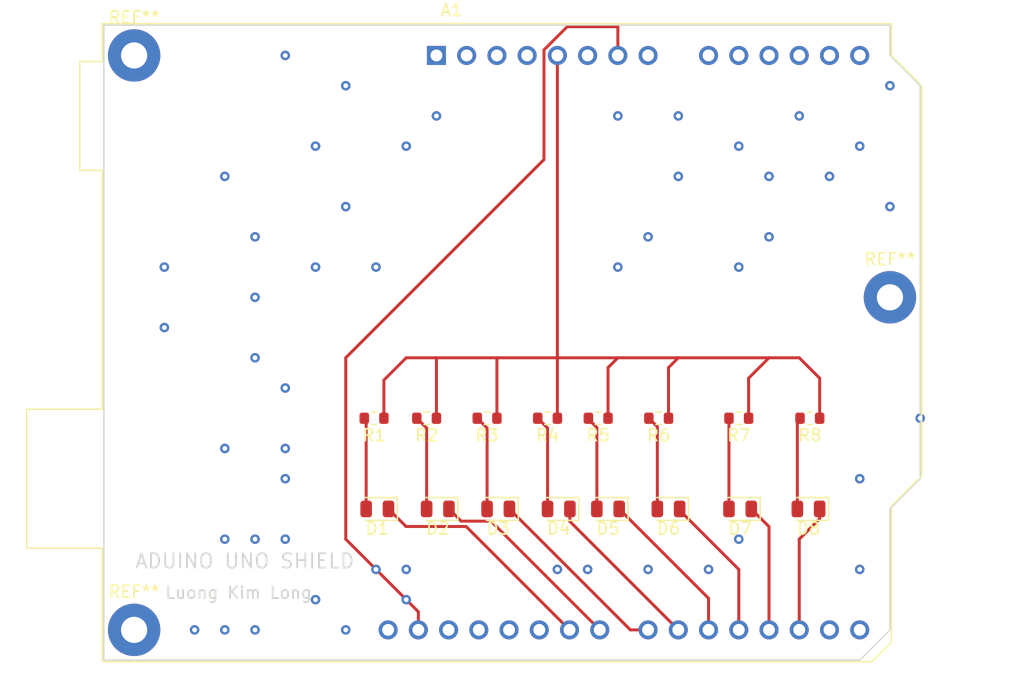
<source format=kicad_pcb>
(kicad_pcb (version 20221018) (generator pcbnew)
  (layers (0 "F.Cu" signal) (31 "B.Cu" signal) (34 "B.Paste" user) (35 "F.Paste" user) (36 "B.SilkS" user "B.Silkscreen") (37 "F.SilkS" user "F.Silkscreen") (38 "B.Mask" user) (39 "F.Mask" user) (44 "Edge.Cuts" user))
  (net 0 "")
  (net 5 "Net-(A1-+5V)")
  (net 6 "GND")
  (net 7 "Net-(A1-GND-Pad29)")
  (net 17 "Net-(A1-D2)")
  (net 18 "Net-(A1-D3)")
  (net 19 "Net-(A1-D4)")
  (net 20 "Net-(A1-D5)")
  (net 21 "Net-(A1-D6)")
  (net 22 "Net-(A1-D7)")
  (net 23 "Net-(A1-D8)")
  (net 29 "Net-(D1-A)")
  (net 30 "Net-(D2-A)")
  (net 31 "Net-(D3-A)")
  (net 32 "Net-(D4-A)")
  (net 33 "Net-(D5-A)")
  (net 34 "Net-(D6-A)")
  (net 35 "Net-(D7-A)")
  (net 36 "Net-(D8-A)")
  (net 37 "Net-(A1-D9)")
  (footprint "Resistor_SMD:R_0603_1608Metric" (layer "F.Cu") (at 72.835 48.26 180)
    (fp_text reference "R4" (at 0 -1.43) (layer "F.SilkS"))
    (fp_text value "247")
    (fp_line (start -0.237258 -0.5225) (end 0.237258 -0.5225) (stroke (width 0.12)) (layer "F.SilkS"))
    (fp_line (start -0.237258 0.5225) (end 0.237258 0.5225) (stroke (width 0.12)) (layer "F.SilkS"))
    (pad "1" smd roundrect (at -0.825 0 180) (size 0.8 0.95) (layers "F.Cu" "F.Paste" "F.Mask") (net 5 "Net-(A1-+5V)"))
    (pad "2" smd roundrect (at 0.825 0 180) (size 0.8 0.95) (layers "F.Cu" "F.Paste" "F.Mask") (net 32 "Net-(D4-A)"))
  )
  (footprint "MountingHole:MountingHole_2.2mm_M2_Pad" (layer "F.Cu") (at 101.6 38.1)
    (fp_text reference "REF**" (at 0 -3.2) (layer "F.SilkS"))
    (fp_text value "MountingHole_2.2mm_M2_Pad")
    (pad "1" thru_hole circle (at 0 0) (size 4.4 4.4) (drill 2.2) (layers "*.Cu" "*.Mask"))
  )
  (footprint "Resistor_SMD:R_0603_1608Metric" (layer "F.Cu") (at 94.87 48.26 180)
    (fp_text reference "R8" (at 0 -1.43) (layer "F.SilkS"))
    (fp_text value "247")
    (fp_line (start -0.237258 -0.5225) (end 0.237258 -0.5225) (stroke (width 0.12)) (layer "F.SilkS"))
    (fp_line (start -0.237258 0.5225) (end 0.237258 0.5225) (stroke (width 0.12)) (layer "F.SilkS"))
    (pad "1" smd roundrect (at -0.825 0 180) (size 0.8 0.95) (layers "F.Cu" "F.Paste" "F.Mask") (net 5 "Net-(A1-+5V)"))
    (pad "2" smd roundrect (at 0.825 0 180) (size 0.8 0.95) (layers "F.Cu" "F.Paste" "F.Mask") (net 36 "Net-(D8-A)"))
  )
  (footprint "LED_SMD:LED_0805_2012Metric" (layer "F.Cu") (at 63.6125 55.88 180)
    (fp_text reference "D2" (at 0 -1.65) (layer "F.SilkS"))
    (fp_text value "LED")
    (fp_line (start -1.685 -0.96) (end -1.685 0.96) (stroke (width 0.12)) (layer "F.SilkS"))
    (fp_line (start -1.685 0.96) (end 1 0.96) (stroke (width 0.12)) (layer "F.SilkS"))
    (fp_line (start 1 -0.96) (end -1.685 -0.96) (stroke (width 0.12)) (layer "F.SilkS"))
    (pad "1" smd roundrect (at -0.9375 0 180) (size 0.975 1.4) (layers "F.Cu" "F.Paste" "F.Mask") (net 23 "Net-(A1-D8)"))
    (pad "2" smd roundrect (at 0.9375 0 180) (size 0.975 1.4) (layers "F.Cu" "F.Paste" "F.Mask") (net 30 "Net-(D2-A)"))
  )
  (footprint "Resistor_SMD:R_0603_1608Metric" (layer "F.Cu") (at 77.09 48.26 180)
    (fp_text reference "R5" (at 0 -1.43) (layer "F.SilkS"))
    (fp_text value "247")
    (fp_line (start -0.237258 -0.5225) (end 0.237258 -0.5225) (stroke (width 0.12)) (layer "F.SilkS"))
    (fp_line (start -0.237258 0.5225) (end 0.237258 0.5225) (stroke (width 0.12)) (layer "F.SilkS"))
    (pad "1" smd roundrect (at -0.825 0 180) (size 0.8 0.95) (layers "F.Cu" "F.Paste" "F.Mask") (net 5 "Net-(A1-+5V)"))
    (pad "2" smd roundrect (at 0.825 0 180) (size 0.8 0.95) (layers "F.Cu" "F.Paste" "F.Mask") (net 33 "Net-(D5-A)"))
  )
  (footprint "MountingHole:MountingHole_2.2mm_M2_Pad" (layer "F.Cu") (at 38.1 17.78)
    (fp_text reference "REF**" (at 0 -3.2) (layer "F.SilkS"))
    (fp_text value "MountingHole_2.2mm_M2_Pad")
    (pad "1" thru_hole circle (at 0 0) (size 4.4 4.4) (drill 2.2) (layers "*.Cu" "*.Mask"))
  )
  (footprint "MountingHole:MountingHole_2.2mm_M2_Pad" (layer "F.Cu") (at 38.1 66.04)
    (fp_text reference "REF**" (at 0 -3.2) (layer "F.SilkS"))
    (fp_text value "MountingHole_2.2mm_M2_Pad")
    (pad "1" thru_hole circle (at 0 0) (size 4.4 4.4) (drill 2.2) (layers "*.Cu" "*.Mask"))
  )
  (footprint "Resistor_SMD:R_0603_1608Metric" (layer "F.Cu") (at 58.26 48.26 180)
    (fp_text reference "R1" (at 0 -1.43) (layer "F.SilkS"))
    (fp_text value "247")
    (fp_line (start -0.237258 -0.5225) (end 0.237258 -0.5225) (stroke (width 0.12)) (layer "F.SilkS"))
    (fp_line (start -0.237258 0.5225) (end 0.237258 0.5225) (stroke (width 0.12)) (layer "F.SilkS"))
    (pad "1" smd roundrect (at -0.825 0 180) (size 0.8 0.95) (layers "F.Cu" "F.Paste" "F.Mask") (net 5 "Net-(A1-+5V)"))
    (pad "2" smd roundrect (at 0.825 0 180) (size 0.8 0.95) (layers "F.Cu" "F.Paste" "F.Mask") (net 29 "Net-(D1-A)"))
  )
  (footprint "LED_SMD:LED_0805_2012Metric" (layer "F.Cu") (at 77.915 55.88 180)
    (fp_text reference "D5" (at 0 -1.65) (layer "F.SilkS"))
    (fp_text value "LED")
    (fp_line (start -1.685 -0.96) (end -1.685 0.96) (stroke (width 0.12)) (layer "F.SilkS"))
    (fp_line (start -1.685 0.96) (end 1 0.96) (stroke (width 0.12)) (layer "F.SilkS"))
    (fp_line (start 1 -0.96) (end -1.685 -0.96) (stroke (width 0.12)) (layer "F.SilkS"))
    (pad "1" smd roundrect (at -0.9375 0 180) (size 0.975 1.4) (layers "F.Cu" "F.Paste" "F.Mask") (net 20 "Net-(A1-D5)"))
    (pad "2" smd roundrect (at 0.9375 0 180) (size 0.975 1.4) (layers "F.Cu" "F.Paste" "F.Mask") (net 33 "Net-(D5-A)"))
  )
  (footprint "Resistor_SMD:R_0603_1608Metric" (layer "F.Cu") (at 88.9 48.26 180)
    (fp_text reference "R7" (at 0 -1.43) (layer "F.SilkS"))
    (fp_text value "247")
    (fp_line (start -0.237258 -0.5225) (end 0.237258 -0.5225) (stroke (width 0.12)) (layer "F.SilkS"))
    (fp_line (start -0.237258 0.5225) (end 0.237258 0.5225) (stroke (width 0.12)) (layer "F.SilkS"))
    (pad "1" smd roundrect (at -0.825 0 180) (size 0.8 0.95) (layers "F.Cu" "F.Paste" "F.Mask") (net 5 "Net-(A1-+5V)"))
    (pad "2" smd roundrect (at 0.825 0 180) (size 0.8 0.95) (layers "F.Cu" "F.Paste" "F.Mask") (net 35 "Net-(D7-A)"))
  )
  (footprint "Resistor_SMD:R_0603_1608Metric" (layer "F.Cu") (at 82.17 48.26 180)
    (fp_text reference "R6" (at 0 -1.43) (layer "F.SilkS"))
    (fp_text value "247")
    (fp_line (start -0.237258 -0.5225) (end 0.237258 -0.5225) (stroke (width 0.12)) (layer "F.SilkS"))
    (fp_line (start -0.237258 0.5225) (end 0.237258 0.5225) (stroke (width 0.12)) (layer "F.SilkS"))
    (pad "1" smd roundrect (at -0.825 0 180) (size 0.8 0.95) (layers "F.Cu" "F.Paste" "F.Mask") (net 5 "Net-(A1-+5V)"))
    (pad "2" smd roundrect (at 0.825 0 180) (size 0.8 0.95) (layers "F.Cu" "F.Paste" "F.Mask") (net 34 "Net-(D6-A)"))
  )
  (footprint "LED_SMD:LED_0805_2012Metric" (layer "F.Cu") (at 94.7575 55.88 180)
    (fp_text reference "D8" (at 0 -1.65) (layer "F.SilkS"))
    (fp_text value "LED")
    (fp_line (start -1.685 -0.96) (end -1.685 0.96) (stroke (width 0.12)) (layer "F.SilkS"))
    (fp_line (start -1.685 0.96) (end 1 0.96) (stroke (width 0.12)) (layer "F.SilkS"))
    (fp_line (start 1 -0.96) (end -1.685 -0.96) (stroke (width 0.12)) (layer "F.SilkS"))
    (pad "1" smd roundrect (at -0.9375 0 180) (size 0.975 1.4) (layers "F.Cu" "F.Paste" "F.Mask") (net 17 "Net-(A1-D2)"))
    (pad "2" smd roundrect (at 0.9375 0 180) (size 0.975 1.4) (layers "F.Cu" "F.Paste" "F.Mask") (net 36 "Net-(D8-A)"))
  )
  (footprint "LED_SMD:LED_0805_2012Metric" (layer "F.Cu") (at 58.5325 55.88 180)
    (fp_text reference "D1" (at 0 -1.65) (layer "F.SilkS"))
    (fp_text value "LED")
    (fp_line (start -1.685 -0.96) (end -1.685 0.96) (stroke (width 0.12)) (layer "F.SilkS"))
    (fp_line (start -1.685 0.96) (end 1 0.96) (stroke (width 0.12)) (layer "F.SilkS"))
    (fp_line (start 1 -0.96) (end -1.685 -0.96) (stroke (width 0.12)) (layer "F.SilkS"))
    (pad "1" smd roundrect (at -0.9375 0 180) (size 0.975 1.4) (layers "F.Cu" "F.Paste" "F.Mask") (net 37 "Net-(A1-D9)"))
    (pad "2" smd roundrect (at 0.9375 0 180) (size 0.975 1.4) (layers "F.Cu" "F.Paste" "F.Mask") (net 29 "Net-(D1-A)"))
  )
  (footprint "LED_SMD:LED_0805_2012Metric" (layer "F.Cu") (at 82.995 55.88 180)
    (fp_text reference "D6" (at 0 -1.65) (layer "F.SilkS"))
    (fp_text value "LED")
    (fp_line (start -1.685 -0.96) (end -1.685 0.96) (stroke (width 0.12)) (layer "F.SilkS"))
    (fp_line (start -1.685 0.96) (end 1 0.96) (stroke (width 0.12)) (layer "F.SilkS"))
    (fp_line (start 1 -0.96) (end -1.685 -0.96) (stroke (width 0.12)) (layer "F.SilkS"))
    (pad "1" smd roundrect (at -0.9375 0 180) (size 0.975 1.4) (layers "F.Cu" "F.Paste" "F.Mask") (net 19 "Net-(A1-D4)"))
    (pad "2" smd roundrect (at 0.9375 0 180) (size 0.975 1.4) (layers "F.Cu" "F.Paste" "F.Mask") (net 34 "Net-(D6-A)"))
  )
  (footprint "LED_SMD:LED_0805_2012Metric" (layer "F.Cu") (at 73.7725 55.88 180)
    (fp_text reference "D4" (at 0 -1.65) (layer "F.SilkS"))
    (fp_text value "LED")
    (fp_line (start -1.685 -0.96) (end -1.685 0.96) (stroke (width 0.12)) (layer "F.SilkS"))
    (fp_line (start -1.685 0.96) (end 1 0.96) (stroke (width 0.12)) (layer "F.SilkS"))
    (fp_line (start 1 -0.96) (end -1.685 -0.96) (stroke (width 0.12)) (layer "F.SilkS"))
    (pad "1" smd roundrect (at -0.9375 0 180) (size 0.975 1.4) (layers "F.Cu" "F.Paste" "F.Mask") (net 21 "Net-(A1-D6)"))
    (pad "2" smd roundrect (at 0.9375 0 180) (size 0.975 1.4) (layers "F.Cu" "F.Paste" "F.Mask") (net 32 "Net-(D4-A)"))
  )
  (footprint "LED_SMD:LED_0805_2012Metric" (layer "F.Cu") (at 89.0125 55.88 180)
    (fp_text reference "D7" (at 0 -1.65) (layer "F.SilkS"))
    (fp_text value "LED")
    (fp_line (start -1.685 -0.96) (end -1.685 0.96) (stroke (width 0.12)) (layer "F.SilkS"))
    (fp_line (start -1.685 0.96) (end 1 0.96) (stroke (width 0.12)) (layer "F.SilkS"))
    (fp_line (start 1 -0.96) (end -1.685 -0.96) (stroke (width 0.12)) (layer "F.SilkS"))
    (pad "1" smd roundrect (at -0.9375 0 180) (size 0.975 1.4) (layers "F.Cu" "F.Paste" "F.Mask") (net 18 "Net-(A1-D3)"))
    (pad "2" smd roundrect (at 0.9375 0 180) (size 0.975 1.4) (layers "F.Cu" "F.Paste" "F.Mask") (net 35 "Net-(D7-A)"))
  )
  (footprint "Module:Arduino_UNO_R2" (layer "F.Cu") (at 63.5 17.78)
    (fp_text reference "A1" (at 1.27 -3.81) (layer "F.SilkS"))
    (fp_text value "Arduino_UNO_R2")
    (fp_line (start -34.42 29.72) (end -34.42 41.4) (stroke (width 0.12)) (layer "F.SilkS"))
    (fp_line (start -34.42 41.4) (end -28.07 41.4) (stroke (width 0.12)) (layer "F.SilkS"))
    (fp_line (start -29.97 0.51) (end -29.97 9.65) (stroke (width 0.12)) (layer "F.SilkS"))
    (fp_line (start -29.97 9.65) (end -28.07 9.65) (stroke (width 0.12)) (layer "F.SilkS"))
    (fp_line (start -28.07 -2.67) (end -28.07 0.51) (stroke (width 0.12)) (layer "F.SilkS"))
    (fp_line (start -28.07 0.51) (end -29.97 0.51) (stroke (width 0.12)) (layer "F.SilkS"))
    (fp_line (start -28.07 9.65) (end -28.07 29.72) (stroke (width 0.12)) (layer "F.SilkS"))
    (fp_line (start -28.07 29.72) (end -34.42 29.72) (stroke (width 0.12)) (layer "F.SilkS"))
    (fp_line (start -28.07 41.4) (end -28.07 50.93) (stroke (width 0.12)) (layer "F.SilkS"))
    (fp_line (start -28.07 50.93) (end 36.58 50.93) (stroke (width 0.12)) (layer "F.SilkS"))
    (fp_line (start 36.58 50.93) (end 38.23 49.28) (stroke (width 0.12)) (layer "F.SilkS"))
    (fp_line (start 38.23 -2.67) (end -28.07 -2.67) (stroke (width 0.12)) (layer "F.SilkS"))
    (fp_line (start 38.23 0) (end 38.23 -2.67) (stroke (width 0.12)) (layer "F.SilkS"))
    (fp_line (start 38.23 37.85) (end 40.77 35.31) (stroke (width 0.12)) (layer "F.SilkS"))
    (fp_line (start 38.23 49.28) (end 38.23 37.85) (stroke (width 0.12)) (layer "F.SilkS"))
    (fp_line (start 40.77 2.54) (end 38.23 0) (stroke (width 0.12)) (layer "F.SilkS"))
    (fp_line (start 40.77 35.31) (end 40.77 2.54) (stroke (width 0.12)) (layer "F.SilkS"))
    (pad "1" thru_hole rect (at 0 0 90) (size 1.6 1.6) (drill 1) (layers "*.Cu" "*.Mask"))
    (pad "2" thru_hole oval (at 2.54 0 90) (size 1.6 1.6) (drill 1) (layers "*.Cu" "*.Mask"))
    (pad "3" thru_hole oval (at 5.08 0 90) (size 1.6 1.6) (drill 1) (layers "*.Cu" "*.Mask"))
    (pad "4" thru_hole oval (at 7.62 0 90) (size 1.6 1.6) (drill 1) (layers "*.Cu" "*.Mask"))
    (pad "5" thru_hole oval (at 10.16 0 90) (size 1.6 1.6) (drill 1) (layers "*.Cu" "*.Mask") (net 5 "Net-(A1-+5V)"))
    (pad "6" thru_hole oval (at 12.7 0 90) (size 1.6 1.6) (drill 1) (layers "*.Cu" "*.Mask") (net 6 "GND"))
    (pad "7" thru_hole oval (at 15.24 0 90) (size 1.6 1.6) (drill 1) (layers "*.Cu" "*.Mask") (net 7 "Net-(A1-GND-Pad29)"))
    (pad "8" thru_hole oval (at 17.78 0 90) (size 1.6 1.6) (drill 1) (layers "*.Cu" "*.Mask"))
    (pad "9" thru_hole oval (at 22.86 0 90) (size 1.6 1.6) (drill 1) (layers "*.Cu" "*.Mask"))
    (pad "10" thru_hole oval (at 25.4 0 90) (size 1.6 1.6) (drill 1) (layers "*.Cu" "*.Mask"))
    (pad "11" thru_hole oval (at 27.94 0 90) (size 1.6 1.6) (drill 1) (layers "*.Cu" "*.Mask"))
    (pad "12" thru_hole oval (at 30.48 0 90) (size 1.6 1.6) (drill 1) (layers "*.Cu" "*.Mask"))
    (pad "13" thru_hole oval (at 33.02 0 90) (size 1.6 1.6) (drill 1) (layers "*.Cu" "*.Mask"))
    (pad "14" thru_hole oval (at 35.56 0 90) (size 1.6 1.6) (drill 1) (layers "*.Cu" "*.Mask"))
    (pad "15" thru_hole oval (at 35.56 48.26 90) (size 1.6 1.6) (drill 1) (layers "*.Cu" "*.Mask"))
    (pad "16" thru_hole oval (at 33.02 48.26 90) (size 1.6 1.6) (drill 1) (layers "*.Cu" "*.Mask"))
    (pad "17" thru_hole oval (at 30.48 48.26 90) (size 1.6 1.6) (drill 1) (layers "*.Cu" "*.Mask") (net 17 "Net-(A1-D2)"))
    (pad "18" thru_hole oval (at 27.94 48.26 90) (size 1.6 1.6) (drill 1) (layers "*.Cu" "*.Mask") (net 18 "Net-(A1-D3)"))
    (pad "19" thru_hole oval (at 25.4 48.26 90) (size 1.6 1.6) (drill 1) (layers "*.Cu" "*.Mask") (net 19 "Net-(A1-D4)"))
    (pad "20" thru_hole oval (at 22.86 48.26 90) (size 1.6 1.6) (drill 1) (layers "*.Cu" "*.Mask") (net 20 "Net-(A1-D5)"))
    (pad "21" thru_hole oval (at 20.32 48.26 90) (size 1.6 1.6) (drill 1) (layers "*.Cu" "*.Mask") (net 21 "Net-(A1-D6)"))
    (pad "22" thru_hole oval (at 17.78 48.26 90) (size 1.6 1.6) (drill 1) (layers "*.Cu" "*.Mask") (net 22 "Net-(A1-D7)"))
    (pad "23" thru_hole oval (at 13.72 48.26 90) (size 1.6 1.6) (drill 1) (layers "*.Cu" "*.Mask") (net 23 "Net-(A1-D8)"))
    (pad "24" thru_hole oval (at 11.18 48.26 90) (size 1.6 1.6) (drill 1) (layers "*.Cu" "*.Mask") (net 37 "Net-(A1-D9)"))
    (pad "25" thru_hole oval (at 8.64 48.26 90) (size 1.6 1.6) (drill 1) (layers "*.Cu" "*.Mask"))
    (pad "26" thru_hole oval (at 6.1 48.26 90) (size 1.6 1.6) (drill 1) (layers "*.Cu" "*.Mask"))
    (pad "27" thru_hole oval (at 3.56 48.26 90) (size 1.6 1.6) (drill 1) (layers "*.Cu" "*.Mask"))
    (pad "28" thru_hole oval (at 1.02 48.26 90) (size 1.6 1.6) (drill 1) (layers "*.Cu" "*.Mask"))
    (pad "29" thru_hole oval (at -1.52 48.26 90) (size 1.6 1.6) (drill 1) (layers "*.Cu" "*.Mask") (net 7 "Net-(A1-GND-Pad29)"))
    (pad "30" thru_hole oval (at -4.06 48.26 90) (size 1.6 1.6) (drill 1) (layers "*.Cu" "*.Mask"))
  )
  (footprint "LED_SMD:LED_0805_2012Metric" (layer "F.Cu") (at 68.6925 55.88 180)
    (fp_text reference "D3" (at 0 -1.65) (layer "F.SilkS"))
    (fp_text value "LED")
    (fp_line (start -1.685 -0.96) (end -1.685 0.96) (stroke (width 0.12)) (layer "F.SilkS"))
    (fp_line (start -1.685 0.96) (end 1 0.96) (stroke (width 0.12)) (layer "F.SilkS"))
    (fp_line (start 1 -0.96) (end -1.685 -0.96) (stroke (width 0.12)) (layer "F.SilkS"))
    (pad "1" smd roundrect (at -0.9375 0 180) (size 0.975 1.4) (layers "F.Cu" "F.Paste" "F.Mask") (net 22 "Net-(A1-D7)"))
    (pad "2" smd roundrect (at 0.9375 0 180) (size 0.975 1.4) (layers "F.Cu" "F.Paste" "F.Mask") (net 31 "Net-(D3-A)"))
  )
  (footprint "Resistor_SMD:R_0603_1608Metric" (layer "F.Cu") (at 62.675 48.26 180)
    (fp_text reference "R2" (at 0 -1.43) (layer "F.SilkS"))
    (fp_text value "247")
    (fp_line (start -0.237258 -0.5225) (end 0.237258 -0.5225) (stroke (width 0.12)) (layer "F.SilkS"))
    (fp_line (start -0.237258 0.5225) (end 0.237258 0.5225) (stroke (width 0.12)) (layer "F.SilkS"))
    (pad "1" smd roundrect (at -0.825 0 180) (size 0.8 0.95) (layers "F.Cu" "F.Paste" "F.Mask") (net 5 "Net-(A1-+5V)"))
    (pad "2" smd roundrect (at 0.825 0 180) (size 0.8 0.95) (layers "F.Cu" "F.Paste" "F.Mask") (net 30 "Net-(D2-A)"))
  )
  (footprint "Resistor_SMD:R_0603_1608Metric" (layer "F.Cu") (at 67.755 48.26 180)
    (fp_text reference "R3" (at 0 -1.43) (layer "F.SilkS"))
    (fp_text value "247")
    (fp_line (start -0.237258 -0.5225) (end 0.237258 -0.5225) (stroke (width 0.12)) (layer "F.SilkS"))
    (fp_line (start -0.237258 0.5225) (end 0.237258 0.5225) (stroke (width 0.12)) (layer "F.SilkS"))
    (pad "1" smd roundrect (at -0.825 0 180) (size 0.8 0.95) (layers "F.Cu" "F.Paste" "F.Mask") (net 5 "Net-(A1-+5V)"))
    (pad "2" smd roundrect (at 0.825 0 180) (size 0.8 0.95) (layers "F.Cu" "F.Paste" "F.Mask") (net 31 "Net-(D3-A)"))
  )
  (gr_poly (pts (xy 35.56 68.58) (xy 35.56 15.24) (xy 101.6 15.24) (xy 101.6 17.78) (xy 104.14 20.32) (xy 104.14 53.34) (xy 101.6 55.88) (xy 101.6 66.04) (xy 99.06 68.58)) (stroke (width 0.1)) (fill none) (layer "Edge.Cuts"))
  (gr_text "ADUINO UNO SHIELD" (at 38.1 60.96) (layer "Edge.Cuts") (effects (font (size 1.2 1.2)) (justify left bottom)))
  (gr_text "Luong Kim Long" (at 40.64 63.5) (layer "Edge.Cuts") (effects (font (size 1 1)) (justify left bottom)))
  (via (at 45.72 27.94) (size 0.8) (drill 0.4) (layers "F.Cu" "B.Cu") (net 0))
  (via (at 73.66 60.96) (size 0.8) (drill 0.4) (layers "F.Cu" "B.Cu") (net 0))
  (via (at 48.26 38.1) (size 0.8) (drill 0.4) (layers "F.Cu" "B.Cu") (net 0))
  (via (at 78.74 35.56) (size 0.8) (drill 0.4) (layers "F.Cu" "B.Cu") (net 0))
  (via (at 88.9 25.4) (size 0.8) (drill 0.4) (layers "F.Cu" "B.Cu") (net 0))
  (via (at 53.34 35.56) (size 0.8) (drill 0.4) (layers "F.Cu" "B.Cu") (net 0))
  (via (at 50.8 45.72) (size 0.8) (drill 0.4) (layers "F.Cu" "B.Cu") (net 0))
  (via (at 53.34 63.5) (size 0.8) (drill 0.4) (layers "F.Cu" "B.Cu") (net 0))
  (via (at 101.6 20.32) (size 0.8) (drill 0.4) (layers "F.Cu" "B.Cu") (net 0))
  (via (at 48.26 43.18) (size 0.8) (drill 0.4) (layers "F.Cu" "B.Cu") (net 0))
  (via (at 45.72 58.42) (size 0.8) (drill 0.4) (layers "F.Cu" "B.Cu") (net 0))
  (via (at 88.9 35.56) (size 0.8) (drill 0.4) (layers "F.Cu" "B.Cu") (net 0))
  (via (at 63.5 22.86) (size 0.8) (drill 0.4) (layers "F.Cu" "B.Cu") (net 0))
  (via (at 83.82 22.86) (size 0.8) (drill 0.4) (layers "F.Cu" "B.Cu") (net 0))
  (via (at 88.9 58.42) (size 0.8) (drill 0.4) (layers "F.Cu" "B.Cu") (net 0))
  (via (at 50.8 58.42) (size 0.8) (drill 0.4) (layers "F.Cu" "B.Cu") (net 0))
  (via (at 48.26 66.04) (size 0.8) (drill 0.4) (layers "F.Cu" "B.Cu") (net 0))
  (via (at 96.52 27.94) (size 0.8) (drill 0.4) (layers "F.Cu" "B.Cu") (net 0))
  (via (at 81.28 33.02) (size 0.8) (drill 0.4) (layers "F.Cu" "B.Cu") (net 0))
  (via (at 43.18 66.04) (size 0.8) (drill 0.4) (layers "F.Cu" "B.Cu") (net 0))
  (via (at 78.74 22.86) (size 0.8) (drill 0.4) (layers "F.Cu" "B.Cu") (net 0))
  (via (at 86.36 60.96) (size 0.8) (drill 0.4) (layers "F.Cu" "B.Cu") (net 0))
  (via (at 45.72 66.04) (size 0.8) (drill 0.4) (layers "F.Cu" "B.Cu") (net 0))
  (via (at 55.88 30.48) (size 0.8) (drill 0.4) (layers "F.Cu" "B.Cu") (net 0))
  (via (at 45.72 50.8) (size 0.8) (drill 0.4) (layers "F.Cu" "B.Cu") (net 0))
  (via (at 50.8 53.34) (size 0.8) (drill 0.4) (layers "F.Cu" "B.Cu") (net 0))
  (via (at 101.6 30.48) (size 0.8) (drill 0.4) (layers "F.Cu" "B.Cu") (net 0))
  (via (at 60.96 25.4) (size 0.8) (drill 0.4) (layers "F.Cu" "B.Cu") (net 0))
  (via (at 48.26 33.02) (size 0.8) (drill 0.4) (layers "F.Cu" "B.Cu") (net 0))
  (via (at 50.8 50.8) (size 0.8) (drill 0.4) (layers "F.Cu" "B.Cu") (net 0))
  (via (at 58.42 35.56) (size 0.8) (drill 0.4) (layers "F.Cu" "B.Cu") (net 0))
  (via (at 91.44 33.02) (size 0.8) (drill 0.4) (layers "F.Cu" "B.Cu") (net 0))
  (via (at 53.34 25.4) (size 0.8) (drill 0.4) (layers "F.Cu" "B.Cu") (net 0))
  (via (at 104.14 48.26) (size 0.8) (drill 0.4) (layers "F.Cu" "B.Cu") (net 0))
  (via (at 50.8 17.78) (size 0.8) (drill 0.4) (layers "F.Cu" "B.Cu") (net 0))
  (via (at 91.44 27.94) (size 0.8) (drill 0.4) (layers "F.Cu" "B.Cu") (net 0))
  (via (at 99.06 25.4) (size 0.8) (drill 0.4) (layers "F.Cu" "B.Cu") (net 0))
  (via (at 99.06 60.96) (size 0.8) (drill 0.4) (layers "F.Cu" "B.Cu") (net 0))
  (via (at 55.88 20.32) (size 0.8) (drill 0.4) (layers "F.Cu" "B.Cu") (net 0))
  (via (at 81.28 60.96) (size 0.8) (drill 0.4) (layers "F.Cu" "B.Cu") (net 0))
  (via (at 99.06 53.34) (size 0.8) (drill 0.4) (layers "F.Cu" "B.Cu") (net 0))
  (via (at 93.98 22.86) (size 0.8) (drill 0.4) (layers "F.Cu" "B.Cu") (net 0))
  (via (at 40.64 35.56) (size 0.8) (drill 0.4) (layers "F.Cu" "B.Cu") (net 0))
  (via (at 60.96 60.96) (size 0.8) (drill 0.4) (layers "F.Cu" "B.Cu") (net 0))
  (via (at 76.2 60.96) (size 0.8) (drill 0.4) (layers "F.Cu" "B.Cu") (net 0))
  (via (at 48.26 58.42) (size 0.8) (drill 0.4) (layers "F.Cu" "B.Cu") (net 0))
  (via (at 83.82 27.94) (size 0.8) (drill 0.4) (layers "F.Cu" "B.Cu") (net 0))
  (via (at 40.64 40.64) (size 0.8) (drill 0.4) (layers "F.Cu" "B.Cu") (net 0))
  (via (at 55.88 66.04) (size 0.8) (drill 0.4) (layers "F.Cu" "B.Cu") (net 0))
  (segment (start 73.66 43.18) (end 78.74 43.18) (width 0.25) (layer "F.Cu") (net 5))
  (segment (start 83.82 43.18) (end 91.44 43.18) (width 0.25) (layer "F.Cu") (net 5))
  (segment (start 83.82 43.18) (end 82.995 44.005) (width 0.25) (layer "F.Cu") (net 5))
  (segment (start 68.58 43.18) (end 68.58 48.26) (width 0.25) (layer "F.Cu") (net 5))
  (segment (start 63.5 43.18) (end 68.58 43.18) (width 0.25) (layer "F.Cu") (net 5))
  (segment (start 78.74 43.18) (end 77.915 44.005) (width 0.25) (layer "F.Cu") (net 5))
  (segment (start 73.66 43.18) (end 73.66 17.78) (width 0.25) (layer "F.Cu") (net 5))
  (segment (start 91.44 43.18) (end 93.98 43.18) (width 0.25) (layer "F.Cu") (net 5))
  (segment (start 78.74 43.18) (end 83.82 43.18) (width 0.25) (layer "F.Cu") (net 5))
  (segment (start 93.98 43.18) (end 95.695 44.895) (width 0.25) (layer "F.Cu") (net 5))
  (segment (start 59.085 45.055) (end 60.96 43.18) (width 0.25) (layer "F.Cu") (net 5))
  (segment (start 95.695 44.895) (end 95.695 48.26) (width 0.25) (layer "F.Cu") (net 5))
  (segment (start 73.66 43.18) (end 73.66 48.26) (width 0.25) (layer "F.Cu") (net 5))
  (segment (start 91.44 43.18) (end 89.725 44.895) (width 0.25) (layer "F.Cu") (net 5))
  (segment (start 89.725 44.895) (end 89.725 48.26) (width 0.25) (layer "F.Cu") (net 5))
  (segment (start 77.915 44.005) (end 77.915 48.26) (width 0.25) (layer "F.Cu") (net 5))
  (segment (start 82.995 44.005) (end 82.995 48.26) (width 0.25) (layer "F.Cu") (net 5))
  (segment (start 63.5 43.18) (end 63.5 48.26) (width 0.25) (layer "F.Cu") (net 5))
  (segment (start 59.085 48.26) (end 59.085 45.055) (width 0.25) (layer "F.Cu") (net 5))
  (segment (start 60.96 43.18) (end 63.5 43.18) (width 0.25) (layer "F.Cu") (net 5))
  (segment (start 68.58 43.18) (end 73.66 43.18) (width 0.25) (layer "F.Cu") (net 5))
  (segment (start 78.74 15.365) (end 78.74 17.78) (width 0.25) (layer "F.Cu") (net 7))
  (segment (start 72.535 26.525) (end 72.535 17.314009) (width 0.25) (layer "F.Cu") (net 7))
  (segment (start 58.42 60.96) (end 55.88 58.42) (width 0.25) (layer "F.Cu") (net 7))
  (segment (start 60.96 63.5) (end 58.42 60.96) (width 0.25) (layer "F.Cu") (net 7))
  (segment (start 61.98 64.52) (end 60.96 63.5) (width 0.25) (layer "F.Cu") (net 7))
  (segment (start 61.98 66.04) (end 61.98 64.52) (width 0.25) (layer "F.Cu") (net 7))
  (segment (start 72.535 17.314009) (end 74.484009 15.365) (width 0.25) (layer "F.Cu") (net 7))
  (segment (start 55.88 43.18) (end 72.535 26.525) (width 0.25) (layer "F.Cu") (net 7))
  (segment (start 55.88 58.42) (end 55.88 43.18) (width 0.25) (layer "F.Cu") (net 7))
  (segment (start 74.484009 15.365) (end 78.74 15.365) (width 0.25) (layer "F.Cu") (net 7))
  (via (at 60.96 63.5) (size 0.8) (drill 0.4) (layers "F.Cu" "B.Cu") (net 7))
  (via (at 58.42 60.96) (size 0.8) (drill 0.4) (layers "F.Cu" "B.Cu") (net 7))
  (segment (start 93.98 58.42) (end 95.695 56.705) (width 0.25) (layer "F.Cu") (net 17))
  (segment (start 95.695 56.705) (end 95.695 55.88) (width 0.25) (layer "F.Cu") (net 17))
  (segment (start 93.98 66.04) (end 93.98 58.42) (width 0.25) (layer "F.Cu") (net 17))
  (segment (start 91.44 57.37) (end 89.95 55.88) (width 0.25) (layer "F.Cu") (net 18))
  (segment (start 91.44 66.04) (end 91.44 57.37) (width 0.25) (layer "F.Cu") (net 18))
  (segment (start 83.82 55.88) (end 83.9325 55.88) (width 0.25) (layer "F.Cu") (net 19))
  (segment (start 88.9 66.04) (end 88.9 60.96) (width 0.25) (layer "F.Cu") (net 19))
  (segment (start 88.9 60.96) (end 83.82 55.88) (width 0.25) (layer "F.Cu") (net 19))
  (segment (start 86.36 63.3875) (end 78.8525 55.88) (width 0.25) (layer "F.Cu") (net 20))
  (segment (start 86.36 66.04) (end 86.36 63.3875) (width 0.25) (layer "F.Cu") (net 20))
  (segment (start 74.71 56.93) (end 74.71 55.88) (width 0.25) (layer "F.Cu") (net 21))
  (segment (start 83.82 66.04) (end 74.71 56.93) (width 0.25) (layer "F.Cu") (net 21))
  (segment (start 81.28 66.04) (end 79.79 66.04) (width 0.25) (layer "F.Cu") (net 22))
  (segment (start 79.79 66.04) (end 69.63 55.88) (width 0.25) (layer "F.Cu") (net 22))
  (segment (start 65.575 56.905) (end 64.55 55.88) (width 0.25) (layer "F.Cu") (net 23))
  (segment (start 68.085 56.905) (end 65.575 56.905) (width 0.25) (layer "F.Cu") (net 23))
  (segment (start 77.22 66.04) (end 68.085 56.905) (width 0.25) (layer "F.Cu") (net 23))
  (segment (start 57.595 55.88) (end 57.595 48.42) (width 0.25) (layer "F.Cu") (net 29))
  (segment (start 57.595 48.42) (end 57.435 48.26) (width 0.25) (layer "F.Cu") (net 29))
  (segment (start 62.675 55.88) (end 62.675 49.085) (width 0.25) (layer "F.Cu") (net 30))
  (segment (start 62.675 49.085) (end 61.85 48.26) (width 0.25) (layer "F.Cu") (net 30))
  (segment (start 67.755 55.88) (end 67.755 49.085) (width 0.25) (layer "F.Cu") (net 31))
  (segment (start 67.755 49.085) (end 66.93 48.26) (width 0.25) (layer "F.Cu") (net 31))
  (segment (start 72.835 55.88) (end 72.835 49.085) (width 0.25) (layer "F.Cu") (net 32))
  (segment (start 72.835 49.085) (end 72.01 48.26) (width 0.25) (layer "F.Cu") (net 32))
  (segment (start 76.2 48.26) (end 76.265 48.26) (width 0.25) (layer "F.Cu") (net 33))
  (segment (start 76.9775 49.0375) (end 76.2 48.26) (width 0.25) (layer "F.Cu") (net 33))
  (segment (start 76.9775 55.88) (end 76.9775 49.0375) (width 0.25) (layer "F.Cu") (net 33))
  (segment (start 82.0575 48.9725) (end 81.345 48.26) (width 0.25) (layer "F.Cu") (net 34))
  (segment (start 82.0575 55.88) (end 82.0575 48.9725) (width 0.25) (layer "F.Cu") (net 34))
  (segment (start 88.075 55.88) (end 88.075 48.26) (width 0.25) (layer "F.Cu") (net 35))
  (segment (start 93.82 55.88) (end 93.82 48.485) (width 0.25) (layer "F.Cu") (net 36))
  (segment (start 93.82 48.485) (end 94.045 48.26) (width 0.25) (layer "F.Cu") (net 36))
  (segment (start 60.945 57.355) (end 59.47 55.88) (width 0.25) (layer "F.Cu") (net 37))
  (segment (start 74.68 66.04) (end 65.995 57.355) (width 0.25) (layer "F.Cu") (net 37))
  (segment (start 65.995 57.355) (end 60.945 57.355) (width 0.25) (layer "F.Cu") (net 37))
)
</source>
